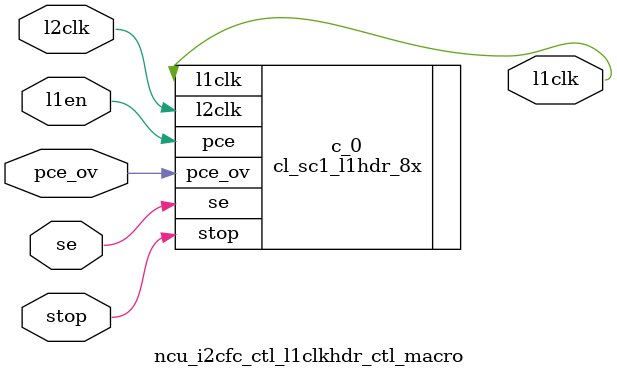
<source format=v>
`define RF_RDEN_OFFSTATE            1'b1

`define NCU_INTMANRF_DEPTH         128
`define NCU_INTMANRF_DATAWIDTH      16
`define NCU_INTMANRF_ADDRWIDTH       7
//====================================

//====================================
`define NCU_MONDORF_DEPTH           64
`define NCU_MONDORF_DATAWIDTH       72
`define NCU_MONDORF_ADDRWIDTH        6
//====================================

//====================================
`define NCU_CPUBUFRF_DEPTH          32
`define NCU_CPUBUFRF_DATAWIDTH     144
`define NCU_CPUBUFRF_ADDRWIDTH       5
//====================================

//====================================
`define NCU_IOBUFRF_DEPTH          32
`define NCU_IOBUFRF_DATAWIDTH     144
`define NCU_IOBUFRF_ADDRWIDTH       5
//====================================

//====================================
`define NCU_IOBUF1RF_DEPTH          32
`define NCU_IOBUF1RF_DATAWIDTH      32
`define NCU_IOBUF1RF_ADDRWIDTH       5
//====================================

//====================================
`define NCU_INTBUFRF_DEPTH          32
`define NCU_INTBUFRF_DATAWIDTH     144
`define NCU_INTBUFRF_ADDRWIDTH       5
//====================================

//== fix me : need to remove when warm //
//== becomes available //
`define WMR_LENGTH		10'd999
`define WMR_LENGTH_P1		10'd1000

//// NCU CSR_MAN address   80_0000_xxxx ////
`define NCU_CSR_MAN			16'h0000
`define NCU_CREG_INTMAN			16'h0000
//`define NCU_CREG_INTVECDISP		16'h0800
`define NCU_CREG_MONDOINVEC		16'h0a00
`define NCU_CREG_SERNUM			16'h1000
`define NCU_CREG_FUSESTAT		16'h1008
`define NCU_CREG_COREAVAIL		16'h1010
`define NCU_CREG_BANKAVAIL		16'h1018
`define NCU_CREG_BANK_ENABLE		16'h1020
`define NCU_CREG_BANK_ENABLE_STATUS 	16'h1028
`define NCU_CREG_L2_HASH_ENABLE		16'h1030
`define NCU_CREG_L2_HASH_ENABLE_STATUS	16'h1038


`define NCU_CREG_MEM32_BASE	16'h2000
`define NCU_CREG_MEM32_MASK	16'h2008
`define NCU_CREG_MEM64_BASE	16'h2010
`define NCU_CREG_MEM64_MASK	16'h2018
`define NCU_CREG_IOCON_BASE	16'h2020
`define NCU_CREG_IOCON_MASK	16'h2028
`define NCU_CREG_MMUFSH		16'h2030

`define NCU_CREG_ESR		16'h3000
`define NCU_CREG_ELE		16'h3008
`define NCU_CREG_EIE		16'h3010
`define NCU_CREG_EJR		16'h3018
`define NCU_CREG_FEE		16'h3020
`define NCU_CREG_PER		16'h3028
`define NCU_CREG_SIISYN		16'h3030
`define NCU_CREG_NCUSYN		16'h3038
`define NCU_CREG_SCKSEL         16'h3040
`define NCU_CREG_DBGTRIG_EN     16'h4000

//// NUC CSR_MONDO address 80_0004_xxxx ////
`define NCU_CSR_MONDO		16'h0004
`define NCU_CREG_MDATA0  	16'h0000 
`define NCU_CREG_MDATA1  	16'h0200 
`define NCU_CREG_MDATA0_ALIAS	16'h0400 
`define NCU_CREG_MDATA1_ALIAS	16'h0600 
`define NCU_CREG_MBUSY		16'h0800 
`define NCU_CREG_MBUSY_ALIAS	16'h0a00 



// ASI shared reg 90_xxxx_xxxx//
`define NCU_ASI_A_HIT			10'h104 // 6-bits cpuid and thread id are "x"
`define NCU_ASI_B_HIT			10'h1CC // 6-bits cpuid and thread id are "x"
`define NCU_ASI_C_HIT			10'h114	// 6-bits cpuid and thread id are "x"
`define NCU_ASI_COREAVAIL		16'h0000
`define NCU_ASI_CORE_ENABLE_STATUS	16'h0010
`define NCU_ASI_CORE_ENABLE		16'h0020
`define NCU_ASI_XIR_STEERING		16'h0030
`define NCU_ASI_CORE_RUNNINGRW		16'h0050
`define NCU_ASI_CORE_RUNNING_STATUS	16'h0058
`define NCU_ASI_CORE_RUNNING_W1S	16'h0060
`define NCU_ASI_CORE_RUNNING_W1C	16'h0068
`define NCU_ASI_INTVECDISP		16'h0000
`define NCU_ASI_ERR_STR                 16'h1000
`define NCU_ASI_WMR_VEC_MASK            16'h0018
`define NCU_ASI_CMP_TICK_ENABLE		16'h0038


//// UCB packet type ////
`define UCB_READ_NACK	4'b0000    // ack/nack types
`define UCB_READ_ACK	4'b0001
`define UCB_WRITE_ACK	4'b0010
`define UCB_IFILL_ACK	4'b0011
`define UCB_IFILL_NACK	4'b0111

`define UCB_READ_REQ	4'b0100    // req types
`define UCB_WRITE_REQ	4'b0101
`define UCB_IFILL_REQ	4'b0110

`define UCB_INT		4'b1000    // plain interrupt
`define UCB_INT_VEC	4'b1100    // interrupt with vector
`define UCB_INT_SOC_UE	4'b1001    // soc interrup ue
`define UCB_INT_SOC_CE  4'b1010    // soc interrup ce
`define UCB_RESET_VEC	4'b0101    // reset with vector
`define UCB_IDLE_VEC	4'b1110    // idle with vector
`define UCB_RESUME_VEC	4'b1111    // resume with vector

`define UCB_INT_SOC 	4'b1101    // soc interrup ce


//// PCX packet type ////
`define	PCX_LOAD_RQ	5'b00000
`define	PCX_IMISS_RQ	5'b10000
`define	PCX_STORE_RQ	5'b00001
`define PCX_FWD_RQs	5'b01101
`define PCX_FWD_RPYs	5'b01110

//// CPX packet type ////
//`define CPX_LOAD_RET	4'b0000
`define CPX_LOAD_RET	4'b1000
`define CPX_ST_ACK	4'b0100
//`define CPX_IFILL_RET	4'b0001
`define CPX_IFILL_RET	4'b1001
`define CPX_INT_RET	4'b0111
`define CPX_INT_SOC	4'b1101
//`define CPX_FWD_RQ_RET	4'b1010
//`define CPX_FWD_RPY_RET	4'b1011




//// Global CSR decode ////
`define NCU_CSR		8'h80
`define NIU_CSR		8'h81
//`define RNG_CSR		8'h82
`define DBG1_CSR               8'h86
`define CCU_CSR		8'h83
`define MCU_CSR		8'h84
`define TCU_CSR		8'h85
`define DMU_CSR		8'h88
`define RCU_CSR		8'h89
`define NCU_ASI		8'h90
			/////8'h91 ~ 9F reserved
			/////8'hA0 ~ BF L2 CSR////
`define DMU_PIO		4'hC   // C0 ~ CF
			/////8'hB0 ~ FE reserved
`define SSI_CSR		8'hFF


//// NCU_SSI ////
`define SSI_ADDR 	 	12'hFF_F
`define SSI_ADDR_TIMEOUT_REG	40'hFF_0001_0088
`define SSI_ADDR_LOG_REG	40'hFF_0000_0018

`define IF_IDLE 2'b00
`define IF_ACPT 2'b01
`define IF_DROP 2'b10

`define SSI_IDLE     3'b000
`define	SSI_REQ      3'b001
`define	SSI_WDATA    3'b011
`define	SSI_REQ_PAR  3'b101
`define	SSI_ACK      3'b111
`define	SSI_RDATA    3'b110
`define	SSI_ACK_PAR  3'b010










module ncu_i2cfc_ctl (
  l2clk, 
  cmp_io_sync_en, 
  io_cmp_sync_en, 
  scan_in, 
  scan_out, 
  tcu_pce_ov, 
  tcu_clk_stop, 
  tcu_scan_en, 
  tcu_aclk, 
  tcu_bclk, 
  cpx_ncu_grant_cx, 
  intbuf_cpx_req, 
  iobuf_cpx_req, 
  ncu_cpx_req_next, 
  intbuf_sel_next, 
  iobuf_sel_next, 
  intbuf_rd, 
  iobuf_rd, 
  iobuf_vld, 
  io_pa_ld, 
  io_pas, 
  intbuf_vld, 
  int_pa_ld, 
  int_pas, 
  iobuf_dout_d1_ue, 
  intbuf_dout_d1_ue, 
  intbuf_hit_hwm, 
  iobuf_tail_s, 
  iobuf_head_f, 
  intbuf_wr2i2c, 
  intbuf_tail_ptr, 
  intbuf_head_ptr, 
  mb0_raddr, 
  mb0_waddr, 
  mb0_intbuf_rd_en, 
  mb0_iobuf_rd_en, 
  mb0_run, 
  iobuf_head_ptr, 
  iobuf_rden, 
  intbuf_rden) ;
wire [7:0] cpx_buf_full;
wire [7:0] cpx_ncu_grant;
wire cpx_ncu_grant_ff_scanin;
wire cpx_ncu_grant_ff_scanout;
wire l1clk;
wire cpx_cnt0_plus1_sel;
wire cpx_cnt0_minus1_sel;
wire [1:0] cpx_cnt0_plus1;
wire [1:0] cpx_cnt0;
wire [1:0] cpx_cnt0_minus1;
wire cpx_cnt0_ff_scanin;
wire cpx_cnt0_ff_scanout;
wire cpx_cnt1_plus1_sel;
wire cpx_cnt1_minus1_sel;
wire [1:0] cpx_cnt1_plus1;
wire [1:0] cpx_cnt1;
wire [1:0] cpx_cnt1_minus1;
wire cpx_cnt1_ff_scanin;
wire cpx_cnt1_ff_scanout;
wire cpx_cnt2_plus1_sel;
wire cpx_cnt2_minus1_sel;
wire [1:0] cpx_cnt2_plus1;
wire [1:0] cpx_cnt2;
wire [1:0] cpx_cnt2_minus1;
wire cpx_cnt2_ff_scanin;
wire cpx_cnt2_ff_scanout;
wire cpx_cnt3_plus1_sel;
wire cpx_cnt3_minus1_sel;
wire [1:0] cpx_cnt3_plus1;
wire [1:0] cpx_cnt3;
wire [1:0] cpx_cnt3_minus1;
wire cpx_cnt3_ff_scanin;
wire cpx_cnt3_ff_scanout;
wire cpx_cnt4_plus1_sel;
wire cpx_cnt4_minus1_sel;
wire [1:0] cpx_cnt4_plus1;
wire [1:0] cpx_cnt4;
wire [1:0] cpx_cnt4_minus1;
wire cpx_cnt4_ff_scanin;
wire cpx_cnt4_ff_scanout;
wire cpx_cnt5_plus1_sel;
wire cpx_cnt5_minus1_sel;
wire [1:0] cpx_cnt5_plus1;
wire [1:0] cpx_cnt5;
wire [1:0] cpx_cnt5_minus1;
wire cpx_cnt5_ff_scanin;
wire cpx_cnt5_ff_scanout;
wire cpx_cnt6_plus1_sel;
wire cpx_cnt6_minus1_sel;
wire [1:0] cpx_cnt6_plus1;
wire [1:0] cpx_cnt6;
wire [1:0] cpx_cnt6_minus1;
wire cpx_cnt6_ff_scanin;
wire cpx_cnt6_ff_scanout;
wire cpx_cnt7_plus1_sel;
wire cpx_cnt7_minus1_sel;
wire [1:0] cpx_cnt7_plus1;
wire [1:0] cpx_cnt7;
wire [1:0] cpx_cnt7_minus1;
wire cpx_cnt7_ff_scanin;
wire cpx_cnt7_ff_scanout;
wire [5:0] intbuf_tail_plus;
wire [5:0] intbuf_tail;
wire intbuf_tail_ff_scanin;
wire intbuf_tail_ff_scanout;
wire [5:0] intbuf_tail_plus10;
wire [5:0] intbuf_head;
wire intbuf_head_d1_ff_scanin;
wire intbuf_head_d1_ff_scanout;
wire [5:0] intbuf_head_d1;
wire int_pipe_full;
wire int_aov;
wire int_pav;
wire int_pbv;
wire intbuf_head_inc;
wire int_aog;
wire intrd;
wire int_aog_ff_scanin;
wire int_aog_ff_scanout;
wire int_aov_next;
wire int_aov_ff_scanin;
wire int_aov_ff_scanout;
wire int_pav_ff_scanin;
wire int_pav_ff_scanout;
wire int_pb_ld;
wire int_pbv_ff_scanin;
wire int_pbv_ff_scanout;
wire int_pbs_next;
wire int_pbs_ff_scanin;
wire int_pbs_ff_scanout;
wire int_pbs;
wire int_mov;
wire intbuf_vld_next;
wire intbuf_vld_ff_scanin;
wire intbuf_vld_ff_scanout;
wire iobuf_tail_ff_scanin;
wire iobuf_tail_ff_scanout;
wire [5:0] iobuf_tail;
wire iobuf_head_d1_ff_scanin;
wire iobuf_head_d1_ff_scanout;
wire [5:0] iobuf_head_d1;
wire [5:0] iobuf_head;
wire iobuf_head_f_ff_scanin;
wire iobuf_head_f_ff_scanout;
wire io_pipe_full;
wire io_aov;
wire io_pav;
wire io_pbv;
wire iobuf_head_inc;
wire io_aog;
wire iord;
wire io_aog_ff_scanin;
wire io_aog_ff_scanout;
wire io_aov_next;
wire io_aov_ff_scanin;
wire io_aov_ff_scanout;
wire io_pav_ff_scanin;
wire io_pav_ff_scanout;
wire io_pb_ld;
wire io_pbv_ff_scanin;
wire io_pbv_ff_scanout;
wire io_pbs_next;
wire io_pbs_ff_scanin;
wire io_pbs_ff_scanout;
wire io_pbs;
wire io_mov;
wire iobuf_vld_next;
wire iobuf_vld_ff_scanin;
wire iobuf_vld_ff_scanout;
wire siclk;
wire soclk;
wire se;
wire pce_ov;
wire stop;


////////////////////////////////////////////////////////////////////////
// Signal declarations
////////////////////////////////////////////////////////////////////////
// Global interface
input		l2clk;
input		cmp_io_sync_en;
input		io_cmp_sync_en;
input		scan_in;
output		scan_out;
input		tcu_pce_ov;
input		tcu_clk_stop;
input		tcu_scan_en;
input		tcu_aclk;
input		tcu_bclk;

// Crossbar interface
input [7:0]	cpx_ncu_grant_cx;

 
// i2c fast datapath interface
input [7:0]	intbuf_cpx_req;
input [7:0]	iobuf_cpx_req;
input [7:0]	ncu_cpx_req_next;

output		intbuf_sel_next;
output		iobuf_sel_next;

output		intbuf_rd;
output		iobuf_rd;

output		iobuf_vld;
output		io_pa_ld;
output		io_pas;
output		intbuf_vld;
output		int_pa_ld;
output		int_pas;

input		iobuf_dout_d1_ue;
input		intbuf_dout_d1_ue;


// c2i fast control interface
//input		cpu_mondo_rd_d2;
//input		cpu_mondo_wr_d2;

output		intbuf_hit_hwm;


// i2c slow control interface
input [5:0]	iobuf_tail_s;
output [5:0]	iobuf_head_f;


// interrupt table read result buffer interface
input		intbuf_wr2i2c;
output [4:0]	intbuf_tail_ptr;
output [4:0]	intbuf_head_ptr;

// mb0 signals //
input [4:0]	mb0_raddr;
input [4:0]	mb0_waddr;
//input		mb0_intbuf_sel;
//input		mb0_intbuf_wr_en;
input		mb0_intbuf_rd_en;
//input		mb0_iobuf_sel;
input		mb0_iobuf_rd_en;
input		mb0_run;

// IO buffer interface
output [4:0]	iobuf_head_ptr;
output 		iobuf_rden;
output 		intbuf_rden;

// Internal signals
// interrupt buffer head and tail ////
////
////


////////////////////////////////////////////////////////////////////////
// Code starts here
////////////////////////////////////////////////////////////////////////
   /************************************************************
    * IO-to-CPX Mux Control
    ************************************************************/   
   // Generate mux selects
assign 	intbuf_sel_next = ~|(cpx_buf_full[7:0] & ~cpx_ncu_grant[7:0] & intbuf_cpx_req[7:0]) &
		                   intbuf_vld & 
				   ~intbuf_dout_d1_ue ;

assign 	iobuf_sel_next = ~|(cpx_buf_full[7:0] & ~cpx_ncu_grant[7:0] & iobuf_cpx_req[7:0]) &
		                  ~intbuf_sel_next & iobuf_vld & 
				  ~iobuf_dout_d1_ue ;


   /************************************************************
    * Flop grant from CPX
    ************************************************************/
ncu_i2cfc_ctl_msff_ctl_macro__width_8 cpx_ncu_grant_ff 
				(
				.scan_in(cpx_ncu_grant_ff_scanin),
				.scan_out(cpx_ncu_grant_ff_scanout),
				.dout		(cpx_ncu_grant[7:0]),
				.l1clk		(l1clk),
				.din		(cpx_ncu_grant_cx[7:0]),
  .siclk(siclk),
  .soclk(soclk)
				);


/************************************************************
 * Counters to keep track of each CPX's buffer level
 ************************************************************/

/***********************/
/***** CPX0 Count ******/
/***********************/
//i2c_cpx_cnt count0 ( .clk(l2clk),   .ncu_cpx_req_next(ncu_cpx_req_next[0]),
//		       .cpx_ncu_grant(cpx_ncu_grant[0]),  .cpx_buf_full(cpx_buf_full[0]));
reg [1:0]	cpx_cnt0_next;
// Assertion: request cannot be asserted if count is 2
//            grant cannot be asserted if count is 0
assign	cpx_cnt0_plus1_sel = ncu_cpx_req_next[0] & ~cpx_ncu_grant[0];
assign	cpx_cnt0_minus1_sel = cpx_ncu_grant[0] &  ~ncu_cpx_req_next[0];
assign	cpx_cnt0_plus1[1:0] = cpx_cnt0[1:0] + 2'b01;
assign	cpx_cnt0_minus1[1:0] = cpx_cnt0[1:0] - 2'b01;
always @(cpx_cnt0 or cpx_cnt0_minus1 or cpx_cnt0_minus1_sel or 
	 cpx_cnt0_plus1 or cpx_cnt0_plus1_sel)
  case ({cpx_cnt0_minus1_sel,cpx_cnt0_plus1_sel}) // 0in case -parallel -full
    2'b01 : cpx_cnt0_next[1:0] = cpx_cnt0_plus1[1:0];
    2'b10 : cpx_cnt0_next[1:0] = cpx_cnt0_minus1[1:0];
    default : cpx_cnt0_next[1:0] = cpx_cnt0[1:0];   
  endcase //case(cpx_cnt_plus1_sel,cpx_cnt_minus1_sel)

ncu_i2cfc_ctl_msff_ctl_macro__width_2 cpx_cnt0_ff 
				(
				.scan_in(cpx_cnt0_ff_scanin),
				.scan_out(cpx_cnt0_ff_scanout),
				.dout		(cpx_cnt0[1:0]),
				.l1clk		(l1clk),
				.din		(cpx_cnt0_next[1:0]),
  .siclk(siclk),
  .soclk(soclk)
				);

assign	cpx_buf_full[0] = cpx_cnt0[1];


/***********************/
/***** CPX1 Count ******/
/***********************/
//i2c_cpx_cnt count1 ( .clk(l2clk),  .ncu_cpx_req_next(ncu_cpx_req_next[1]),
//		       .cpx_ncu_grant(cpx_ncu_grant[1]), .cpx_buf_full(cpx_buf_full[1])); 
reg [1:0]	cpx_cnt1_next;
// Assertion: request cannot be asserted if count is 2
//            grant cannot be asserted if count is 0
assign	cpx_cnt1_plus1_sel = ncu_cpx_req_next[1] & ~cpx_ncu_grant[1];
assign	cpx_cnt1_minus1_sel = cpx_ncu_grant[1] &  ~ncu_cpx_req_next[1];
assign	cpx_cnt1_plus1[1:0] = cpx_cnt1[1:0] + 2'b01;
assign	cpx_cnt1_minus1[1:0] = cpx_cnt1[1:0] - 2'b01;
always @(cpx_cnt1 or cpx_cnt1_minus1 or cpx_cnt1_minus1_sel or 
	 cpx_cnt1_plus1 or cpx_cnt1_plus1_sel)
  case ({cpx_cnt1_minus1_sel,cpx_cnt1_plus1_sel}) // 0in case -parallel -full
    2'b01 : cpx_cnt1_next[1:0] = cpx_cnt1_plus1[1:0];
    2'b10 : cpx_cnt1_next[1:0] = cpx_cnt1_minus1[1:0];
    default : cpx_cnt1_next[1:0] = cpx_cnt1[1:0];
  endcase //case(cpx_cnt_plus1_sel,cpx_cnt_minus1_sel)

ncu_i2cfc_ctl_msff_ctl_macro__width_2 cpx_cnt1_ff 
				(
				.scan_in(cpx_cnt1_ff_scanin),
				.scan_out(cpx_cnt1_ff_scanout),
				.dout		(cpx_cnt1[1:0]),
				.l1clk		(l1clk),
				.din		(cpx_cnt1_next[1:0]),
  .siclk(siclk),
  .soclk(soclk)
				);

assign	cpx_buf_full[1] = cpx_cnt1[1];


/***********************/
/***** CPX2 Count ******/
/***********************/
//i2c_cpx_cnt count2 ( .clk(l2clk),    .ncu_cpx_req_next(ncu_cpx_req_next[2]),
//		       .cpx_ncu_grant(cpx_ncu_grant[2]),  .cpx_buf_full(cpx_buf_full[2]));
reg [1:0]	cpx_cnt2_next;
// Assertion: request cannot be asserted if count is 2
//            grant cannot be asserted if count is 0
assign	cpx_cnt2_plus1_sel = ncu_cpx_req_next[2] & ~cpx_ncu_grant[2];
assign	cpx_cnt2_minus1_sel = cpx_ncu_grant[2] &  ~ncu_cpx_req_next[2];
assign	cpx_cnt2_plus1[1:0] = cpx_cnt2[1:0] + 2'b01;
assign	cpx_cnt2_minus1[1:0] = cpx_cnt2[1:0] - 2'b01;
always @(cpx_cnt2 or cpx_cnt2_minus1 or cpx_cnt2_minus1_sel or 
	 cpx_cnt2_plus1 or cpx_cnt2_plus1_sel)
  case ({cpx_cnt2_minus1_sel,cpx_cnt2_plus1_sel}) // 0in case -parallel -full
    2'b01 : cpx_cnt2_next[1:0] = cpx_cnt2_plus1[1:0];
    2'b10 : cpx_cnt2_next[1:0] = cpx_cnt2_minus1[1:0];
    default : cpx_cnt2_next[1:0] = cpx_cnt2[1:0];
  endcase //case(cpx_cnt_plus1_sel,cpx_cnt_minus1_sel)

ncu_i2cfc_ctl_msff_ctl_macro__width_2 cpx_cnt2_ff 
				(
				.scan_in(cpx_cnt2_ff_scanin),
				.scan_out(cpx_cnt2_ff_scanout),
				.dout		(cpx_cnt2[1:0]),
				.l1clk		(l1clk),
				.din		(cpx_cnt2_next[1:0]),
  .siclk(siclk),
  .soclk(soclk)
				);

assign	cpx_buf_full[2] = cpx_cnt2[1];


/***********************/
//***** CPX3 Count *****/
/***********************/
//i2c_cpx_cnt count3 ( .clk(l2clk),   .ncu_cpx_req_next(ncu_cpx_req_next[3]),
//		       .cpx_ncu_grant(cpx_ncu_grant[3]),  .cpx_buf_full(cpx_buf_full[3]));
reg [1:0]	cpx_cnt3_next;
// Assertion: request cannot be asserted if count is 2
//            grant cannot be asserted if count is 0
assign	cpx_cnt3_plus1_sel = ncu_cpx_req_next[3] & ~cpx_ncu_grant[3];
assign	cpx_cnt3_minus1_sel = cpx_ncu_grant[3] &  ~ncu_cpx_req_next[3];
assign	cpx_cnt3_plus1[1:0] = cpx_cnt3[1:0] + 2'b01;
assign	cpx_cnt3_minus1[1:0] = cpx_cnt3[1:0] - 2'b01;
always @(cpx_cnt3 or cpx_cnt3_minus1 or cpx_cnt3_minus1_sel or 
	 cpx_cnt3_plus1 or cpx_cnt3_plus1_sel)
  case ({cpx_cnt3_minus1_sel,cpx_cnt3_plus1_sel}) // 0in case -parallel -full
    2'b01 : cpx_cnt3_next[1:0] = cpx_cnt3_plus1[1:0];
    2'b10 : cpx_cnt3_next[1:0] = cpx_cnt3_minus1[1:0];
    default : cpx_cnt3_next[1:0] = cpx_cnt3[1:0];
  endcase //case(cpx_cnt_plus1_sel,cpx_cnt_minus1_sel)

ncu_i2cfc_ctl_msff_ctl_macro__width_2 cpx_cnt3_ff 
				(
				.scan_in(cpx_cnt3_ff_scanin),
				.scan_out(cpx_cnt3_ff_scanout),
				.dout		(cpx_cnt3[1:0]),
				.l1clk		(l1clk),
				.din		(cpx_cnt3_next[1:0]),
  .siclk(siclk),
  .soclk(soclk)
				);

assign	cpx_buf_full[3] = cpx_cnt3[1];


/***********************/
/***** CPX4 Count ******/
/***********************/
//i2c_cpx_cnt count4 ( .clk(l2clk),   .ncu_cpx_req_next(ncu_cpx_req_next[4]),
//		       .cpx_ncu_grant(cpx_ncu_grant[4]), .cpx_buf_full(cpx_buf_full[4]));
reg [1:0]	cpx_cnt4_next;
// Assertion: request cannot be asserted if count is 2
//            grant cannot be asserted if count is 0
assign	cpx_cnt4_plus1_sel = ncu_cpx_req_next[4] & ~cpx_ncu_grant[4];
assign	cpx_cnt4_minus1_sel = cpx_ncu_grant[4] &  ~ncu_cpx_req_next[4];
assign	cpx_cnt4_plus1[1:0] = cpx_cnt4[1:0] + 2'b01;
assign	cpx_cnt4_minus1[1:0] = cpx_cnt4[1:0] - 2'b01;
always @(cpx_cnt4 or cpx_cnt4_minus1 or cpx_cnt4_minus1_sel or 
	 cpx_cnt4_plus1 or cpx_cnt4_plus1_sel)
  case ({cpx_cnt4_minus1_sel,cpx_cnt4_plus1_sel}) // 0in case -parallel -full
    2'b01 : cpx_cnt4_next[1:0] = cpx_cnt4_plus1[1:0];
    2'b10 : cpx_cnt4_next[1:0] = cpx_cnt4_minus1[1:0];
    default : cpx_cnt4_next[1:0] = cpx_cnt4[1:0];
  endcase //case(cpx_cnt_plus1_sel,cpx_cnt_minus1_sel)

ncu_i2cfc_ctl_msff_ctl_macro__width_2 cpx_cnt4_ff 
				(
				.scan_in(cpx_cnt4_ff_scanin),
				.scan_out(cpx_cnt4_ff_scanout),
				.dout		(cpx_cnt4[1:0]),
				.l1clk		(l1clk),
				.din		(cpx_cnt4_next[1:0]),
  .siclk(siclk),
  .soclk(soclk)
				);

assign	cpx_buf_full[4] = cpx_cnt4[1];



/***********************/
/***** CPX5 Count ******/
/***********************/
//i2c_cpx_cnt count5 ( .clk(l2clk),   .ncu_cpx_req_next(ncu_cpx_req_next[5]),
//		       .cpx_ncu_grant(cpx_ncu_grant[5]),  .cpx_buf_full(cpx_buf_full[5]));
reg [1:0]	cpx_cnt5_next;
// Assertion: request cannot be asserted if count is 2
//            grant cannot be asserted if count is 0
assign	cpx_cnt5_plus1_sel = ncu_cpx_req_next[5] & ~cpx_ncu_grant[5];
assign	cpx_cnt5_minus1_sel = cpx_ncu_grant[5] &  ~ncu_cpx_req_next[5];
assign	cpx_cnt5_plus1[1:0] = cpx_cnt5[1:0] + 2'b01;
assign	cpx_cnt5_minus1[1:0] = cpx_cnt5[1:0] - 2'b01;
always @(cpx_cnt5 or cpx_cnt5_minus1 or cpx_cnt5_minus1_sel or 
	 cpx_cnt5_plus1 or cpx_cnt5_plus1_sel)
  case ({cpx_cnt5_minus1_sel,cpx_cnt5_plus1_sel}) // 0in case -parallel -full
    2'b01 : cpx_cnt5_next[1:0] = cpx_cnt5_plus1[1:0];
    2'b10 : cpx_cnt5_next[1:0] = cpx_cnt5_minus1[1:0];
    default : cpx_cnt5_next[1:0] = cpx_cnt5[1:0];
  endcase //case(cpx_cnt_plus1_sel,cpx_cnt_minus1_sel)

ncu_i2cfc_ctl_msff_ctl_macro__width_2 cpx_cnt5_ff 
				(
				.scan_in(cpx_cnt5_ff_scanin),
				.scan_out(cpx_cnt5_ff_scanout),
				.dout		(cpx_cnt5[1:0]),
				.l1clk		(l1clk),
				.din		(cpx_cnt5_next[1:0]),
  .siclk(siclk),
  .soclk(soclk)
				);

assign	cpx_buf_full[5] = cpx_cnt5[1];



/***********************/
/***** CPX6 Count ******/
/***********************/
//i2c_cpx_cnt count6 ( .clk(l2clk),   .ncu_cpx_req_next(ncu_cpx_req_next[6]),
//		       .cpx_ncu_grant(cpx_ncu_grant[6]), .cpx_buf_full(cpx_buf_full[6]));
reg [1:0]	cpx_cnt6_next;
// Assertion: request cannot be asserted if count is 2
//            grant cannot be asserted if count is 0
assign	cpx_cnt6_plus1_sel = ncu_cpx_req_next[6] & ~cpx_ncu_grant[6];
assign	cpx_cnt6_minus1_sel = cpx_ncu_grant[6] &  ~ncu_cpx_req_next[6];
assign	cpx_cnt6_plus1[1:0] = cpx_cnt6[1:0] + 2'b01;
assign	cpx_cnt6_minus1[1:0] = cpx_cnt6[1:0] - 2'b01;
always @(cpx_cnt6 or cpx_cnt6_minus1 or cpx_cnt6_minus1_sel or 
	 cpx_cnt6_plus1 or cpx_cnt6_plus1_sel)
  case ({cpx_cnt6_minus1_sel,cpx_cnt6_plus1_sel}) // 0in case -parallel -full
    2'b01 : cpx_cnt6_next[1:0] = cpx_cnt6_plus1[1:0];
    2'b10 : cpx_cnt6_next[1:0] = cpx_cnt6_minus1[1:0];
    default : cpx_cnt6_next[1:0] = cpx_cnt6[1:0];
  endcase //case(cpx_cnt_plus1_sel,cpx_cnt_minus1_sel)

ncu_i2cfc_ctl_msff_ctl_macro__width_2 cpx_cnt6_ff 
				(
				.scan_in(cpx_cnt6_ff_scanin),
				.scan_out(cpx_cnt6_ff_scanout),
				.dout		(cpx_cnt6[1:0]),
				.l1clk		(l1clk),
				.din		(cpx_cnt6_next[1:0]),
  .siclk(siclk),
  .soclk(soclk)
				);

assign	cpx_buf_full[6] = cpx_cnt6[1];



/***********************/
/***** CPX7 Count ******/
/***********************/
//i2c_cpx_cnt count7 ( .clk(l2clk),   .ncu_cpx_req_next(ncu_cpx_req_next[7]),
//		       .cpx_ncu_grant(cpx_ncu_grant[7]),   .cpx_buf_full(cpx_buf_full[7]));
reg [1:0]	cpx_cnt7_next;
// Assertion: request cannot be asserted if count is 2
//            grant cannot be asserted if count is 0
assign	cpx_cnt7_plus1_sel = ncu_cpx_req_next[7] & ~cpx_ncu_grant[7];
assign	cpx_cnt7_minus1_sel = cpx_ncu_grant[7] &  ~ncu_cpx_req_next[7];
assign	cpx_cnt7_plus1[1:0] = cpx_cnt7[1:0] + 2'b01;
assign	cpx_cnt7_minus1[1:0] = cpx_cnt7[1:0] - 2'b01;
always @(cpx_cnt7 or cpx_cnt7_minus1 or cpx_cnt7_minus1_sel or 
	 cpx_cnt7_plus1 or cpx_cnt7_plus1_sel)
  case ({cpx_cnt7_minus1_sel,cpx_cnt7_plus1_sel}) // 0in case -parallel -full
    2'b01 : cpx_cnt7_next[1:0] = cpx_cnt7_plus1[1:0];
    2'b10 : cpx_cnt7_next[1:0] = cpx_cnt7_minus1[1:0];
    default : cpx_cnt7_next[1:0] = cpx_cnt7[1:0];
  endcase //case(cpx_cnt_plus1_sel,cpx_cnt_minus1_sel)

ncu_i2cfc_ctl_msff_ctl_macro__width_2 cpx_cnt7_ff 
				(
				.scan_in(cpx_cnt7_ff_scanin),
				.scan_out(cpx_cnt7_ff_scanout),
				.dout		(cpx_cnt7[1:0]),
				.l1clk		(l1clk),
				.din		(cpx_cnt7_next[1:0]),
  .siclk(siclk),
  .soclk(soclk)
				);

assign	cpx_buf_full[7] = cpx_cnt7[1];



/************************************************************
 * Interrupt Status Table Read Result Buffer Control
 * An 16 deep buffer to store interrupt table read results.
 * 
 *                                               __decode int stat table read
 *                                     flop req |
 *                                         |    |        __read int stat table here      
 *                                         |    |       |
 *                                         |    |       |    __flop read result
 *                                         |    |       |   |
 *                                         |    |       |   |       __tail pointer increment
 *                                         |    |       |   |      |
 *                                         |    |       |   |      |   compute hwm   __stall sent here
 *                                         |    |       |   |      |       |        | 
 *                                         V    V       V   V  d2  V       V        V
 *     PQ      PA      PX1     rptr    PX2     C1      C2      C3      C4      C5      rptr
 *             PQ      PA      PX1     rptr    PX2     C1      C2      C3      C4      C5      rptr
 *                     PQ      PA      PX1     rptr    PX2     C1      C2      C3      C4
 *                             PQ      PA      PX1     rptr    PX2     C1      C2      C3
 *                                     PQ      PA      PX1     rptr    PX2     C1      C2
 *                                             PQ      PA      PX1     rptr    PX2     C1
 *                                                     PQ      PA      PX1     rptr    PX2
 *                                                             PQ      PA      PX1     rptr
 *                                                                     PQ      PA      PX1     rptr
 *                                                                             PQ      PA      PX1     rptr
 *                                                                                     PQ      PA      PX1
 *                                                                                        -->  PQ
 *                                                                                       |
 *                                                                                       |
 *                                                              packet in this PQ is stalled
 * 
 * When stall is signalled, there can potentially be 10 packets in C4, C3,
 * C2, C1, PX2, rptr, PX1, PA, PQ, and PQ-1 that need to be queued in the CPU shared buffer.
 ************************************************************/
//assign 	cpu_mondo_rdwr_d2 = cpu_mondo_rd_d2 | cpu_mondo_wr_d2;
//assign 	intbuf_wr = cpu_mondo_rdwr_d2;

   // Tail pointer to interrupt table read result buffer
assign 	intbuf_tail_plus[5:0] = intbuf_tail[5:0] + 6'd1;
assign 	intbuf_tail_ptr[4:0] = mb0_run ? mb0_waddr[4:0] : intbuf_tail[4:0];
ncu_i2cfc_ctl_msff_ctl_macro__en_1__width_6 intbuf_tail_ff  
				(
				.scan_in(intbuf_tail_ff_scanin),
				.scan_out(intbuf_tail_ff_scanout),
				.dout		(intbuf_tail[5:0]),
				.l1clk		(l1clk),
				.en		(intbuf_wr2i2c),
				.din		(intbuf_tail_plus[5:0]),
  .siclk(siclk),
  .soclk(soclk)
				);

assign 	intbuf_tail_plus10[5:0] = intbuf_tail[5:0] + 6'd8;
assign       intbuf_hit_hwm = ((intbuf_tail_plus10[5] != intbuf_head[5]) &
                                (intbuf_tail_plus10[4:0] >= intbuf_head[4:0])) |
                               ((intbuf_tail_plus10[5] == intbuf_head[5]) &
                                (intbuf_tail_plus10[4:0] <= intbuf_head[4:0]));


/************************************************************
 * INT Buffer Control
 ************************************************************/
ncu_i2cfc_ctl_msff_ctl_macro__width_6 intbuf_head_d1_ff 
				(
				.scan_in(intbuf_head_d1_ff_scanin),
				.scan_out(intbuf_head_d1_ff_scanout),
				.dout		(intbuf_head_d1[5:0]),
				.l1clk		(l1clk),
				.din		(intbuf_head[5:0]),
  .siclk(siclk),
  .soclk(soclk)
				);

//assign  mb0_intbuf_sel = mb0_run & mb0_intbuf_rd_en;
assign	intbuf_head_ptr[4:0] = mb0_run ? mb0_raddr[4:0] : intbuf_head[4:0];

assign	int_pipe_full =  ~int_aov ? (int_pav & int_pbv & intbuf_vld) :
		    	 ~int_pav ? (int_pbv & intbuf_vld) :
		    	 ~int_pbv ? (intbuf_vld) : 1'b1 ;

assign	intbuf_head_inc = int_aog & (intrd | ~int_pipe_full) ;
assign	intbuf_head[5:0] = intbuf_head_inc ? intbuf_head_d1[5:0]+6'h01 : intbuf_head_d1[5:0] ;

assign	intbuf_rden = mb0_run ? mb0_intbuf_rd_en : (intbuf_tail[4:0] != intbuf_head[4:0]) ;
ncu_i2cfc_ctl_msff_ctl_macro__width_1 int_aog_ff 
				(
				.scan_in(int_aog_ff_scanin),
				.scan_out(int_aog_ff_scanout),
				.dout		(int_aog),
				.l1clk		(l1clk),
				.din		(intbuf_rden),
  .siclk(siclk),
  .soclk(soclk)
				);

assign	int_aov_next = intbuf_rden & (intbuf_head_inc | ~int_aog);
ncu_i2cfc_ctl_msff_ctl_macro__width_1 int_aov_ff 
				(
				.scan_in(int_aov_ff_scanin),
				.scan_out(int_aov_ff_scanout),
				.dout		(int_aov),
				.l1clk		(l1clk),
				.din		(int_aov_next),
  .siclk(siclk),
  .soclk(soclk)
				);

assign	int_pa_ld = (int_pav==intbuf_rd) ;
ncu_i2cfc_ctl_msff_ctl_macro__en_1__width_1 int_pav_ff  
				(
				.scan_in(int_pav_ff_scanin),
				.scan_out(int_pav_ff_scanout),
				.dout		(int_pav),
				.l1clk		(l1clk),
				.en		(int_pa_ld),
				.din		(int_pbv),
  .siclk(siclk),
  .soclk(soclk)
				);

assign	int_pb_ld = (~int_pav | intbuf_rd | ~int_pbv) ;
ncu_i2cfc_ctl_msff_ctl_macro__en_1__width_1 int_pbv_ff  
				(
				.scan_in(int_pbv_ff_scanin),
				.scan_out(int_pbv_ff_scanout),
				.dout		(int_pbv),
				.l1clk		(l1clk),
				.en		(int_pb_ld),
				.din		(int_aov),
  .siclk(siclk),
  .soclk(soclk)
				);

assign	int_pbs_next = int_pas ? (int_aov & !int_pbv & int_pav)&intrd : intbuf_rd ;
ncu_i2cfc_ctl_msff_ctl_macro__width_1 int_pbs_ff 
				(
				.scan_in(int_pbs_ff_scanin),
				.scan_out(int_pbs_ff_scanout),
				.dout		(int_pbs),
				.l1clk		(l1clk),
				.din		(int_pbs_next),
  .siclk(siclk),
  .soclk(soclk)
				);

assign 	int_pas = ~int_pbs;
assign	int_mov = int_pas ? int_pav : int_pbv ;
assign	intbuf_rd = int_mov & (~intbuf_vld | intrd) ;

assign	intbuf_vld_next = intbuf_rd | (intbuf_vld & ~intbuf_sel_next & ~intbuf_dout_d1_ue);

assign	intrd = intbuf_vld & (intbuf_sel_next|intbuf_dout_d1_ue) ;

ncu_i2cfc_ctl_msff_ctl_macro__width_1 intbuf_vld_ff 
				(
				.scan_in(intbuf_vld_ff_scanin),
				.scan_out(intbuf_vld_ff_scanout),
				.dout		(intbuf_vld),
				.l1clk		(l1clk),
				.din		(intbuf_vld_next),
  .siclk(siclk),
  .soclk(soclk)
				);



/************************************************************
 * IO Buffer Control
 ************************************************************/
// Flop tail pointer once to convert to cpu clock domain
ncu_i2cfc_ctl_msff_ctl_macro__en_1__width_6 iobuf_tail_ff  
				(
				.scan_in(iobuf_tail_ff_scanin),
				.scan_out(iobuf_tail_ff_scanout),
				.dout		(iobuf_tail[5:0]),
				.l1clk		(l1clk),
				.en		(io_cmp_sync_en),
				.din		(iobuf_tail_s[5:0]),
  .siclk(siclk),
  .soclk(soclk)
				);

ncu_i2cfc_ctl_msff_ctl_macro__width_6 iobuf_head_d1_ff 
				(
				.scan_in(iobuf_head_d1_ff_scanin),
				.scan_out(iobuf_head_d1_ff_scanout),
				.dout		(iobuf_head_d1[5:0]),
				.l1clk		(l1clk),
				.din		(iobuf_head[5:0]),
  .siclk(siclk),
  .soclk(soclk)
				);
//assign  mb0_iobuf_sel = mb0_run & mb0_iobuf_rd_en;
assign	iobuf_head_ptr[4:0] = mb0_run ? mb0_raddr[4:0] : iobuf_head[4:0];
ncu_i2cfc_ctl_msff_ctl_macro__en_1__width_6 iobuf_head_f_ff  
				(
				.scan_in(iobuf_head_f_ff_scanin),
				.scan_out(iobuf_head_f_ff_scanout),
				.dout		(iobuf_head_f[5:0]),
				.l1clk		(l1clk),
				.en		(cmp_io_sync_en),
				.din		(iobuf_head[5:0]),
  .siclk(siclk),
  .soclk(soclk)
				);

assign	io_pipe_full =  ~io_aov ? (io_pav & io_pbv & iobuf_vld) :
		    	~io_pav ? (io_pbv & iobuf_vld) :
		    	~io_pbv ? (iobuf_vld) : 1'b1 ;

assign	iobuf_head_inc = io_aog & (iord | ~io_pipe_full) ;
assign	iobuf_head[5:0] = iobuf_head_inc ? iobuf_head_d1[5:0]+6'h01 : iobuf_head_d1[5:0] ;

assign	iobuf_rden = mb0_run ? mb0_iobuf_rd_en : (iobuf_tail[5:0] != iobuf_head[5:0]) ;
ncu_i2cfc_ctl_msff_ctl_macro__width_1 io_aog_ff 
				(
				.scan_in(io_aog_ff_scanin),
				.scan_out(io_aog_ff_scanout),
				.dout		(io_aog),
				.l1clk		(l1clk),
				.din		(iobuf_rden),
  .siclk(siclk),
  .soclk(soclk)
				);

assign	io_aov_next = iobuf_rden & (iobuf_head_inc | ~io_aog);
ncu_i2cfc_ctl_msff_ctl_macro__width_1 io_aov_ff 
				(
				.scan_in(io_aov_ff_scanin),
				.scan_out(io_aov_ff_scanout),
				.dout		(io_aov),
				.l1clk		(l1clk),
				.din		(io_aov_next),
  .siclk(siclk),
  .soclk(soclk)
				);

assign	io_pa_ld = (io_pav==iobuf_rd) ;
ncu_i2cfc_ctl_msff_ctl_macro__en_1__width_1 io_pav_ff  
				(
				.scan_in(io_pav_ff_scanin),
				.scan_out(io_pav_ff_scanout),
				.dout		(io_pav),
				.l1clk		(l1clk),
				.en		(io_pa_ld),
				.din		(io_pbv),
  .siclk(siclk),
  .soclk(soclk)
				);

assign	io_pb_ld = (~io_pav | iobuf_rd | ~io_pbv) ;
ncu_i2cfc_ctl_msff_ctl_macro__en_1__width_1 io_pbv_ff  
				(
				.scan_in(io_pbv_ff_scanin),
				.scan_out(io_pbv_ff_scanout),
				.dout		(io_pbv),
				.l1clk		(l1clk),
				.en		(io_pb_ld),
				.din		(io_aov),
  .siclk(siclk),
  .soclk(soclk)
				);

assign	io_pbs_next = io_pas ? (io_aov & !io_pbv & io_pav)&iord : iobuf_rd ;
ncu_i2cfc_ctl_msff_ctl_macro__width_1 io_pbs_ff 
				(
				.scan_in(io_pbs_ff_scanin),
				.scan_out(io_pbs_ff_scanout),
				.dout		(io_pbs),
				.l1clk		(l1clk),
				.din		(io_pbs_next),
  .siclk(siclk),
  .soclk(soclk)
				);

assign 	io_pas = ~io_pbs;
assign	io_mov = io_pas ? io_pav : io_pbv ;
assign	iobuf_rd = io_mov & (~iobuf_vld | iord) ;

assign	iobuf_vld_next = iobuf_rd | (iobuf_vld & ~iobuf_sel_next & ~iobuf_dout_d1_ue);

assign	iord = iobuf_vld & (iobuf_sel_next|iobuf_dout_d1_ue) ;

ncu_i2cfc_ctl_msff_ctl_macro__width_1 iobuf_vld_ff 
				(
				.scan_in(iobuf_vld_ff_scanin),
				.scan_out(iobuf_vld_ff_scanout),
				.dout		(iobuf_vld),
				.l1clk		(l1clk),
				.din		(iobuf_vld_next),
  .siclk(siclk),
  .soclk(soclk)
				);


/**** adding clock header ****/
ncu_i2cfc_ctl_l1clkhdr_ctl_macro clkgen (
				.l2clk	(l2clk),
				.l1en	(1'b1),
				.l1clk	(l1clk),
  .pce_ov(pce_ov),
  .stop(stop),
  .se(se)
				);

/*** building tcu port ***/
assign	siclk = tcu_aclk;
assign	soclk = tcu_bclk;
assign	   se = tcu_scan_en;
assign	pce_ov = tcu_pce_ov;
assign	stop = tcu_clk_stop;

// fixscan start:
assign cpx_ncu_grant_ff_scanin   = scan_in                  ;
assign cpx_cnt0_ff_scanin        = cpx_ncu_grant_ff_scanout ;
assign cpx_cnt1_ff_scanin        = cpx_cnt0_ff_scanout      ;
assign cpx_cnt2_ff_scanin        = cpx_cnt1_ff_scanout      ;
assign cpx_cnt3_ff_scanin        = cpx_cnt2_ff_scanout      ;
assign cpx_cnt4_ff_scanin        = cpx_cnt3_ff_scanout      ;
assign cpx_cnt5_ff_scanin        = cpx_cnt4_ff_scanout      ;
assign cpx_cnt6_ff_scanin        = cpx_cnt5_ff_scanout      ;
assign cpx_cnt7_ff_scanin        = cpx_cnt6_ff_scanout      ;
assign intbuf_tail_ff_scanin     = cpx_cnt7_ff_scanout      ;
assign intbuf_head_d1_ff_scanin  = intbuf_tail_ff_scanout   ;
assign int_aog_ff_scanin         = intbuf_head_d1_ff_scanout;
assign int_aov_ff_scanin         = int_aog_ff_scanout       ;
assign int_pav_ff_scanin         = int_aov_ff_scanout       ;
assign int_pbv_ff_scanin         = int_pav_ff_scanout       ;
assign int_pbs_ff_scanin         = int_pbv_ff_scanout       ;
assign intbuf_vld_ff_scanin      = int_pbs_ff_scanout       ;
assign iobuf_tail_ff_scanin      = intbuf_vld_ff_scanout    ;
assign iobuf_head_d1_ff_scanin   = iobuf_tail_ff_scanout    ;
assign iobuf_head_f_ff_scanin    = iobuf_head_d1_ff_scanout ;
assign io_aog_ff_scanin          = iobuf_head_f_ff_scanout  ;
assign io_aov_ff_scanin          = io_aog_ff_scanout        ;
assign io_pav_ff_scanin          = io_aov_ff_scanout        ;
assign io_pbv_ff_scanin          = io_pav_ff_scanout        ;
assign io_pbs_ff_scanin          = io_pbv_ff_scanout        ;
assign iobuf_vld_ff_scanin       = io_pbs_ff_scanout        ;
assign scan_out                  = iobuf_vld_ff_scanout     ;
// fixscan end:
endmodule // i2c_fctrl








// any PARAMS parms go into naming of macro

module ncu_i2cfc_ctl_msff_ctl_macro__width_8 (
  din, 
  l1clk, 
  scan_in, 
  siclk, 
  soclk, 
  dout, 
  scan_out);
wire [7:0] fdin;
wire [6:0] so;

  input [7:0] din;
  input l1clk;
  input scan_in;


  input siclk;
  input soclk;

  output [7:0] dout;
  output scan_out;
assign fdin[7:0] = din[7:0];






dff #(8)  d0_0 (
.l1clk(l1clk),
.siclk(siclk),
.soclk(soclk),
.d(fdin[7:0]),
.si({scan_in,so[6:0]}),
.so({so[6:0],scan_out}),
.q(dout[7:0])
);












endmodule













// any PARAMS parms go into naming of macro

module ncu_i2cfc_ctl_msff_ctl_macro__width_2 (
  din, 
  l1clk, 
  scan_in, 
  siclk, 
  soclk, 
  dout, 
  scan_out);
wire [1:0] fdin;
wire [0:0] so;

  input [1:0] din;
  input l1clk;
  input scan_in;


  input siclk;
  input soclk;

  output [1:0] dout;
  output scan_out;
assign fdin[1:0] = din[1:0];






dff #(2)  d0_0 (
.l1clk(l1clk),
.siclk(siclk),
.soclk(soclk),
.d(fdin[1:0]),
.si({scan_in,so[0:0]}),
.so({so[0:0],scan_out}),
.q(dout[1:0])
);












endmodule













// any PARAMS parms go into naming of macro

module ncu_i2cfc_ctl_msff_ctl_macro__en_1__width_6 (
  din, 
  en, 
  l1clk, 
  scan_in, 
  siclk, 
  soclk, 
  dout, 
  scan_out);
wire [5:0] fdin;
wire [4:0] so;

  input [5:0] din;
  input en;
  input l1clk;
  input scan_in;


  input siclk;
  input soclk;

  output [5:0] dout;
  output scan_out;
assign fdin[5:0] = (din[5:0] & {6{en}}) | (dout[5:0] & ~{6{en}});






dff #(6)  d0_0 (
.l1clk(l1clk),
.siclk(siclk),
.soclk(soclk),
.d(fdin[5:0]),
.si({scan_in,so[4:0]}),
.so({so[4:0],scan_out}),
.q(dout[5:0])
);












endmodule













// any PARAMS parms go into naming of macro

module ncu_i2cfc_ctl_msff_ctl_macro__width_6 (
  din, 
  l1clk, 
  scan_in, 
  siclk, 
  soclk, 
  dout, 
  scan_out);
wire [5:0] fdin;
wire [4:0] so;

  input [5:0] din;
  input l1clk;
  input scan_in;


  input siclk;
  input soclk;

  output [5:0] dout;
  output scan_out;
assign fdin[5:0] = din[5:0];






dff #(6)  d0_0 (
.l1clk(l1clk),
.siclk(siclk),
.soclk(soclk),
.d(fdin[5:0]),
.si({scan_in,so[4:0]}),
.so({so[4:0],scan_out}),
.q(dout[5:0])
);












endmodule













// any PARAMS parms go into naming of macro

module ncu_i2cfc_ctl_msff_ctl_macro__width_1 (
  din, 
  l1clk, 
  scan_in, 
  siclk, 
  soclk, 
  dout, 
  scan_out);
wire [0:0] fdin;

  input [0:0] din;
  input l1clk;
  input scan_in;


  input siclk;
  input soclk;

  output [0:0] dout;
  output scan_out;
assign fdin[0:0] = din[0:0];






dff #(1)  d0_0 (
.l1clk(l1clk),
.siclk(siclk),
.soclk(soclk),
.d(fdin[0:0]),
.si(scan_in),
.so(scan_out),
.q(dout[0:0])
);












endmodule













// any PARAMS parms go into naming of macro

module ncu_i2cfc_ctl_msff_ctl_macro__en_1__width_1 (
  din, 
  en, 
  l1clk, 
  scan_in, 
  siclk, 
  soclk, 
  dout, 
  scan_out);
wire [0:0] fdin;

  input [0:0] din;
  input en;
  input l1clk;
  input scan_in;


  input siclk;
  input soclk;

  output [0:0] dout;
  output scan_out;
assign fdin[0:0] = (din[0:0] & {1{en}}) | (dout[0:0] & ~{1{en}});






dff #(1)  d0_0 (
.l1clk(l1clk),
.siclk(siclk),
.soclk(soclk),
.d(fdin[0:0]),
.si(scan_in),
.so(scan_out),
.q(dout[0:0])
);












endmodule













// any PARAMS parms go into naming of macro

module ncu_i2cfc_ctl_l1clkhdr_ctl_macro (
  l2clk, 
  l1en, 
  pce_ov, 
  stop, 
  se, 
  l1clk);


  input l2clk;
  input l1en;
  input pce_ov;
  input stop;
  input se;
  output l1clk;



 

cl_sc1_l1hdr_8x c_0 (


   .l2clk(l2clk),
   .pce(l1en),
   .l1clk(l1clk),
  .se(se),
  .pce_ov(pce_ov),
  .stop(stop)
);



endmodule









</source>
